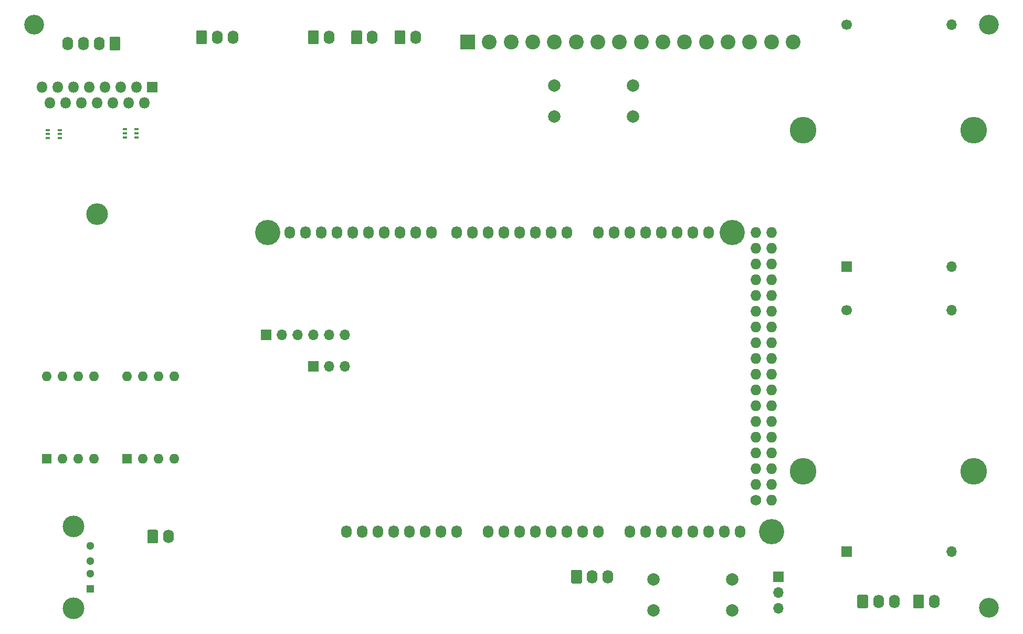
<source format=gbr>
G04 #@! TF.GenerationSoftware,KiCad,Pcbnew,(5.1.5)-3*
G04 #@! TF.CreationDate,2020-04-11T23:56:02-04:00*
G04 #@! TF.ProjectId,ventilator_shield,76656e74-696c-4617-946f-725f73686965,rev?*
G04 #@! TF.SameCoordinates,Original*
G04 #@! TF.FileFunction,Soldermask,Bot*
G04 #@! TF.FilePolarity,Negative*
%FSLAX46Y46*%
G04 Gerber Fmt 4.6, Leading zero omitted, Abs format (unit mm)*
G04 Created by KiCad (PCBNEW (5.1.5)-3) date 2020-04-11 23:56:02*
%MOMM*%
%LPD*%
G04 APERTURE LIST*
%ADD10O,1.700000X1.700000*%
%ADD11R,1.700000X1.700000*%
%ADD12C,1.700000*%
%ADD13C,4.300000*%
%ADD14C,3.200000*%
%ADD15O,1.800000X1.800000*%
%ADD16R,1.800000X1.800000*%
%ADD17O,3.500000X3.500000*%
%ADD18R,0.650000X0.400000*%
%ADD19R,1.600000X1.600000*%
%ADD20O,1.600000X1.600000*%
%ADD21C,2.400000*%
%ADD22R,2.400000X2.400000*%
%ADD23O,1.740000X2.200000*%
%ADD24C,0.100000*%
%ADD25R,1.300000X1.300000*%
%ADD26C,1.300000*%
%ADD27C,3.500000*%
%ADD28C,2.000000*%
%ADD29C,1.727200*%
%ADD30O,1.727200X1.727200*%
%ADD31O,1.727200X2.032000*%
%ADD32C,4.064000*%
G04 APERTURE END LIST*
D10*
X198980000Y-83364920D03*
X198980000Y-122364920D03*
D11*
X181980000Y-122364920D03*
D12*
X181980000Y-83364920D03*
D10*
X198980000Y-37364920D03*
X198980000Y-76364920D03*
D11*
X181980000Y-76364920D03*
D12*
X181980000Y-37364920D03*
D13*
X202480000Y-54364920D03*
X174980000Y-54364920D03*
X174980000Y-109364920D03*
X202480000Y-109364920D03*
D14*
X204980000Y-37364920D03*
X204980000Y-131364920D03*
X50980000Y-37364920D03*
D15*
X52200000Y-47364920D03*
X53470000Y-49904920D03*
X54740000Y-47364920D03*
X56010000Y-49904920D03*
X57280000Y-47364920D03*
X58550000Y-49904920D03*
X59820000Y-47364920D03*
X61090000Y-49904920D03*
X62360000Y-47364920D03*
X63630000Y-49904920D03*
X64900000Y-47364920D03*
X66170000Y-49904920D03*
X67440000Y-47364920D03*
X68710000Y-49904920D03*
D16*
X69980000Y-47364920D03*
D17*
X61090000Y-67904920D03*
D18*
X53192000Y-54324920D03*
X53192000Y-55624920D03*
X55092000Y-54974920D03*
X53192000Y-54974920D03*
X55092000Y-55624920D03*
X55092000Y-54324920D03*
X65572000Y-54212920D03*
X65572000Y-55512920D03*
X67472000Y-54862920D03*
X65572000Y-54862920D03*
X67472000Y-55512920D03*
X67472000Y-54212920D03*
D19*
X52980000Y-107364920D03*
D20*
X60600000Y-94064920D03*
X55520000Y-107364920D03*
X58060000Y-94064920D03*
X58060000Y-107364920D03*
X55520000Y-94064920D03*
X60600000Y-107364920D03*
X52980000Y-94064920D03*
D19*
X65980000Y-107364920D03*
D20*
X73600000Y-94064920D03*
X68520000Y-107364920D03*
X71060000Y-94064920D03*
X71060000Y-107364920D03*
X68520000Y-94064920D03*
X73600000Y-107364920D03*
X65980000Y-94064920D03*
D10*
X101066000Y-92454920D03*
X98526000Y-92454920D03*
D11*
X95986000Y-92454920D03*
D10*
X170980000Y-131444920D03*
X170980000Y-128904920D03*
D11*
X170980000Y-126364920D03*
D21*
X173378000Y-40130920D03*
X169878000Y-40130920D03*
X166378000Y-40130920D03*
X162878000Y-40130920D03*
X159378000Y-40130920D03*
X155878000Y-40130920D03*
X152378000Y-40130920D03*
X148878000Y-40130920D03*
X145378000Y-40130920D03*
X141878000Y-40130920D03*
X138378000Y-40130920D03*
X134878000Y-40130920D03*
X131378000Y-40130920D03*
X127878000Y-40130920D03*
X124378000Y-40130920D03*
D22*
X120878000Y-40130920D03*
D10*
X101066000Y-87374920D03*
X98526000Y-87374920D03*
X95986000Y-87374920D03*
X93446000Y-87374920D03*
X90906000Y-87374920D03*
D11*
X88366000Y-87374920D03*
D23*
X72612000Y-119910000D03*
D24*
G36*
X70716505Y-118811204D02*
G01*
X70740773Y-118814804D01*
X70764572Y-118820765D01*
X70787671Y-118829030D01*
X70809850Y-118839520D01*
X70830893Y-118852132D01*
X70850599Y-118866747D01*
X70868777Y-118883223D01*
X70885253Y-118901401D01*
X70899868Y-118921107D01*
X70912480Y-118942150D01*
X70922970Y-118964329D01*
X70931235Y-118987428D01*
X70937196Y-119011227D01*
X70940796Y-119035495D01*
X70942000Y-119059999D01*
X70942000Y-120760001D01*
X70940796Y-120784505D01*
X70937196Y-120808773D01*
X70931235Y-120832572D01*
X70922970Y-120855671D01*
X70912480Y-120877850D01*
X70899868Y-120898893D01*
X70885253Y-120918599D01*
X70868777Y-120936777D01*
X70850599Y-120953253D01*
X70830893Y-120967868D01*
X70809850Y-120980480D01*
X70787671Y-120990970D01*
X70764572Y-120999235D01*
X70740773Y-121005196D01*
X70716505Y-121008796D01*
X70692001Y-121010000D01*
X69451999Y-121010000D01*
X69427495Y-121008796D01*
X69403227Y-121005196D01*
X69379428Y-120999235D01*
X69356329Y-120990970D01*
X69334150Y-120980480D01*
X69313107Y-120967868D01*
X69293401Y-120953253D01*
X69275223Y-120936777D01*
X69258747Y-120918599D01*
X69244132Y-120898893D01*
X69231520Y-120877850D01*
X69221030Y-120855671D01*
X69212765Y-120832572D01*
X69206804Y-120808773D01*
X69203204Y-120784505D01*
X69202000Y-120760001D01*
X69202000Y-119059999D01*
X69203204Y-119035495D01*
X69206804Y-119011227D01*
X69212765Y-118987428D01*
X69221030Y-118964329D01*
X69231520Y-118942150D01*
X69244132Y-118921107D01*
X69258747Y-118901401D01*
X69275223Y-118883223D01*
X69293401Y-118866747D01*
X69313107Y-118852132D01*
X69334150Y-118839520D01*
X69356329Y-118829030D01*
X69379428Y-118820765D01*
X69403227Y-118814804D01*
X69427495Y-118811204D01*
X69451999Y-118810000D01*
X70692001Y-118810000D01*
X70716505Y-118811204D01*
G37*
D23*
X143520000Y-126364920D03*
X140980000Y-126364920D03*
D24*
G36*
X139084505Y-125266124D02*
G01*
X139108773Y-125269724D01*
X139132572Y-125275685D01*
X139155671Y-125283950D01*
X139177850Y-125294440D01*
X139198893Y-125307052D01*
X139218599Y-125321667D01*
X139236777Y-125338143D01*
X139253253Y-125356321D01*
X139267868Y-125376027D01*
X139280480Y-125397070D01*
X139290970Y-125419249D01*
X139299235Y-125442348D01*
X139305196Y-125466147D01*
X139308796Y-125490415D01*
X139310000Y-125514919D01*
X139310000Y-127214921D01*
X139308796Y-127239425D01*
X139305196Y-127263693D01*
X139299235Y-127287492D01*
X139290970Y-127310591D01*
X139280480Y-127332770D01*
X139267868Y-127353813D01*
X139253253Y-127373519D01*
X139236777Y-127391697D01*
X139218599Y-127408173D01*
X139198893Y-127422788D01*
X139177850Y-127435400D01*
X139155671Y-127445890D01*
X139132572Y-127454155D01*
X139108773Y-127460116D01*
X139084505Y-127463716D01*
X139060001Y-127464920D01*
X137819999Y-127464920D01*
X137795495Y-127463716D01*
X137771227Y-127460116D01*
X137747428Y-127454155D01*
X137724329Y-127445890D01*
X137702150Y-127435400D01*
X137681107Y-127422788D01*
X137661401Y-127408173D01*
X137643223Y-127391697D01*
X137626747Y-127373519D01*
X137612132Y-127353813D01*
X137599520Y-127332770D01*
X137589030Y-127310591D01*
X137580765Y-127287492D01*
X137574804Y-127263693D01*
X137571204Y-127239425D01*
X137570000Y-127214921D01*
X137570000Y-125514919D01*
X137571204Y-125490415D01*
X137574804Y-125466147D01*
X137580765Y-125442348D01*
X137589030Y-125419249D01*
X137599520Y-125397070D01*
X137612132Y-125376027D01*
X137626747Y-125356321D01*
X137643223Y-125338143D01*
X137661401Y-125321667D01*
X137681107Y-125307052D01*
X137702150Y-125294440D01*
X137724329Y-125283950D01*
X137747428Y-125275685D01*
X137771227Y-125269724D01*
X137795495Y-125266124D01*
X137819999Y-125264920D01*
X139060001Y-125264920D01*
X139084505Y-125266124D01*
G37*
D23*
X56360000Y-40364920D03*
X58900000Y-40364920D03*
X61440000Y-40364920D03*
D24*
G36*
X64624505Y-39266124D02*
G01*
X64648773Y-39269724D01*
X64672572Y-39275685D01*
X64695671Y-39283950D01*
X64717850Y-39294440D01*
X64738893Y-39307052D01*
X64758599Y-39321667D01*
X64776777Y-39338143D01*
X64793253Y-39356321D01*
X64807868Y-39376027D01*
X64820480Y-39397070D01*
X64830970Y-39419249D01*
X64839235Y-39442348D01*
X64845196Y-39466147D01*
X64848796Y-39490415D01*
X64850000Y-39514919D01*
X64850000Y-41214921D01*
X64848796Y-41239425D01*
X64845196Y-41263693D01*
X64839235Y-41287492D01*
X64830970Y-41310591D01*
X64820480Y-41332770D01*
X64807868Y-41353813D01*
X64793253Y-41373519D01*
X64776777Y-41391697D01*
X64758599Y-41408173D01*
X64738893Y-41422788D01*
X64717850Y-41435400D01*
X64695671Y-41445890D01*
X64672572Y-41454155D01*
X64648773Y-41460116D01*
X64624505Y-41463716D01*
X64600001Y-41464920D01*
X63359999Y-41464920D01*
X63335495Y-41463716D01*
X63311227Y-41460116D01*
X63287428Y-41454155D01*
X63264329Y-41445890D01*
X63242150Y-41435400D01*
X63221107Y-41422788D01*
X63201401Y-41408173D01*
X63183223Y-41391697D01*
X63166747Y-41373519D01*
X63152132Y-41353813D01*
X63139520Y-41332770D01*
X63129030Y-41310591D01*
X63120765Y-41287492D01*
X63114804Y-41263693D01*
X63111204Y-41239425D01*
X63110000Y-41214921D01*
X63110000Y-39514919D01*
X63111204Y-39490415D01*
X63114804Y-39466147D01*
X63120765Y-39442348D01*
X63129030Y-39419249D01*
X63139520Y-39397070D01*
X63152132Y-39376027D01*
X63166747Y-39356321D01*
X63183223Y-39338143D01*
X63201401Y-39321667D01*
X63221107Y-39307052D01*
X63242150Y-39294440D01*
X63264329Y-39283950D01*
X63287428Y-39275685D01*
X63311227Y-39269724D01*
X63335495Y-39266124D01*
X63359999Y-39264920D01*
X64600001Y-39264920D01*
X64624505Y-39266124D01*
G37*
D23*
X196140000Y-130364920D03*
D24*
G36*
X194244505Y-129266124D02*
G01*
X194268773Y-129269724D01*
X194292572Y-129275685D01*
X194315671Y-129283950D01*
X194337850Y-129294440D01*
X194358893Y-129307052D01*
X194378599Y-129321667D01*
X194396777Y-129338143D01*
X194413253Y-129356321D01*
X194427868Y-129376027D01*
X194440480Y-129397070D01*
X194450970Y-129419249D01*
X194459235Y-129442348D01*
X194465196Y-129466147D01*
X194468796Y-129490415D01*
X194470000Y-129514919D01*
X194470000Y-131214921D01*
X194468796Y-131239425D01*
X194465196Y-131263693D01*
X194459235Y-131287492D01*
X194450970Y-131310591D01*
X194440480Y-131332770D01*
X194427868Y-131353813D01*
X194413253Y-131373519D01*
X194396777Y-131391697D01*
X194378599Y-131408173D01*
X194358893Y-131422788D01*
X194337850Y-131435400D01*
X194315671Y-131445890D01*
X194292572Y-131454155D01*
X194268773Y-131460116D01*
X194244505Y-131463716D01*
X194220001Y-131464920D01*
X192979999Y-131464920D01*
X192955495Y-131463716D01*
X192931227Y-131460116D01*
X192907428Y-131454155D01*
X192884329Y-131445890D01*
X192862150Y-131435400D01*
X192841107Y-131422788D01*
X192821401Y-131408173D01*
X192803223Y-131391697D01*
X192786747Y-131373519D01*
X192772132Y-131353813D01*
X192759520Y-131332770D01*
X192749030Y-131310591D01*
X192740765Y-131287492D01*
X192734804Y-131263693D01*
X192731204Y-131239425D01*
X192730000Y-131214921D01*
X192730000Y-129514919D01*
X192731204Y-129490415D01*
X192734804Y-129466147D01*
X192740765Y-129442348D01*
X192749030Y-129419249D01*
X192759520Y-129397070D01*
X192772132Y-129376027D01*
X192786747Y-129356321D01*
X192803223Y-129338143D01*
X192821401Y-129321667D01*
X192841107Y-129307052D01*
X192862150Y-129294440D01*
X192884329Y-129283950D01*
X192907428Y-129275685D01*
X192931227Y-129269724D01*
X192955495Y-129266124D01*
X192979999Y-129264920D01*
X194220001Y-129264920D01*
X194244505Y-129266124D01*
G37*
D23*
X98520000Y-39364920D03*
D24*
G36*
X96624505Y-38266124D02*
G01*
X96648773Y-38269724D01*
X96672572Y-38275685D01*
X96695671Y-38283950D01*
X96717850Y-38294440D01*
X96738893Y-38307052D01*
X96758599Y-38321667D01*
X96776777Y-38338143D01*
X96793253Y-38356321D01*
X96807868Y-38376027D01*
X96820480Y-38397070D01*
X96830970Y-38419249D01*
X96839235Y-38442348D01*
X96845196Y-38466147D01*
X96848796Y-38490415D01*
X96850000Y-38514919D01*
X96850000Y-40214921D01*
X96848796Y-40239425D01*
X96845196Y-40263693D01*
X96839235Y-40287492D01*
X96830970Y-40310591D01*
X96820480Y-40332770D01*
X96807868Y-40353813D01*
X96793253Y-40373519D01*
X96776777Y-40391697D01*
X96758599Y-40408173D01*
X96738893Y-40422788D01*
X96717850Y-40435400D01*
X96695671Y-40445890D01*
X96672572Y-40454155D01*
X96648773Y-40460116D01*
X96624505Y-40463716D01*
X96600001Y-40464920D01*
X95359999Y-40464920D01*
X95335495Y-40463716D01*
X95311227Y-40460116D01*
X95287428Y-40454155D01*
X95264329Y-40445890D01*
X95242150Y-40435400D01*
X95221107Y-40422788D01*
X95201401Y-40408173D01*
X95183223Y-40391697D01*
X95166747Y-40373519D01*
X95152132Y-40353813D01*
X95139520Y-40332770D01*
X95129030Y-40310591D01*
X95120765Y-40287492D01*
X95114804Y-40263693D01*
X95111204Y-40239425D01*
X95110000Y-40214921D01*
X95110000Y-38514919D01*
X95111204Y-38490415D01*
X95114804Y-38466147D01*
X95120765Y-38442348D01*
X95129030Y-38419249D01*
X95139520Y-38397070D01*
X95152132Y-38376027D01*
X95166747Y-38356321D01*
X95183223Y-38338143D01*
X95201401Y-38321667D01*
X95221107Y-38307052D01*
X95242150Y-38294440D01*
X95264329Y-38283950D01*
X95287428Y-38275685D01*
X95311227Y-38269724D01*
X95335495Y-38266124D01*
X95359999Y-38264920D01*
X96600001Y-38264920D01*
X96624505Y-38266124D01*
G37*
D23*
X105520000Y-39364920D03*
D24*
G36*
X103624505Y-38266124D02*
G01*
X103648773Y-38269724D01*
X103672572Y-38275685D01*
X103695671Y-38283950D01*
X103717850Y-38294440D01*
X103738893Y-38307052D01*
X103758599Y-38321667D01*
X103776777Y-38338143D01*
X103793253Y-38356321D01*
X103807868Y-38376027D01*
X103820480Y-38397070D01*
X103830970Y-38419249D01*
X103839235Y-38442348D01*
X103845196Y-38466147D01*
X103848796Y-38490415D01*
X103850000Y-38514919D01*
X103850000Y-40214921D01*
X103848796Y-40239425D01*
X103845196Y-40263693D01*
X103839235Y-40287492D01*
X103830970Y-40310591D01*
X103820480Y-40332770D01*
X103807868Y-40353813D01*
X103793253Y-40373519D01*
X103776777Y-40391697D01*
X103758599Y-40408173D01*
X103738893Y-40422788D01*
X103717850Y-40435400D01*
X103695671Y-40445890D01*
X103672572Y-40454155D01*
X103648773Y-40460116D01*
X103624505Y-40463716D01*
X103600001Y-40464920D01*
X102359999Y-40464920D01*
X102335495Y-40463716D01*
X102311227Y-40460116D01*
X102287428Y-40454155D01*
X102264329Y-40445890D01*
X102242150Y-40435400D01*
X102221107Y-40422788D01*
X102201401Y-40408173D01*
X102183223Y-40391697D01*
X102166747Y-40373519D01*
X102152132Y-40353813D01*
X102139520Y-40332770D01*
X102129030Y-40310591D01*
X102120765Y-40287492D01*
X102114804Y-40263693D01*
X102111204Y-40239425D01*
X102110000Y-40214921D01*
X102110000Y-38514919D01*
X102111204Y-38490415D01*
X102114804Y-38466147D01*
X102120765Y-38442348D01*
X102129030Y-38419249D01*
X102139520Y-38397070D01*
X102152132Y-38376027D01*
X102166747Y-38356321D01*
X102183223Y-38338143D01*
X102201401Y-38321667D01*
X102221107Y-38307052D01*
X102242150Y-38294440D01*
X102264329Y-38283950D01*
X102287428Y-38275685D01*
X102311227Y-38269724D01*
X102335495Y-38266124D01*
X102359999Y-38264920D01*
X103600001Y-38264920D01*
X103624505Y-38266124D01*
G37*
D23*
X83032000Y-39364920D03*
X80492000Y-39364920D03*
D24*
G36*
X78596505Y-38266124D02*
G01*
X78620773Y-38269724D01*
X78644572Y-38275685D01*
X78667671Y-38283950D01*
X78689850Y-38294440D01*
X78710893Y-38307052D01*
X78730599Y-38321667D01*
X78748777Y-38338143D01*
X78765253Y-38356321D01*
X78779868Y-38376027D01*
X78792480Y-38397070D01*
X78802970Y-38419249D01*
X78811235Y-38442348D01*
X78817196Y-38466147D01*
X78820796Y-38490415D01*
X78822000Y-38514919D01*
X78822000Y-40214921D01*
X78820796Y-40239425D01*
X78817196Y-40263693D01*
X78811235Y-40287492D01*
X78802970Y-40310591D01*
X78792480Y-40332770D01*
X78779868Y-40353813D01*
X78765253Y-40373519D01*
X78748777Y-40391697D01*
X78730599Y-40408173D01*
X78710893Y-40422788D01*
X78689850Y-40435400D01*
X78667671Y-40445890D01*
X78644572Y-40454155D01*
X78620773Y-40460116D01*
X78596505Y-40463716D01*
X78572001Y-40464920D01*
X77331999Y-40464920D01*
X77307495Y-40463716D01*
X77283227Y-40460116D01*
X77259428Y-40454155D01*
X77236329Y-40445890D01*
X77214150Y-40435400D01*
X77193107Y-40422788D01*
X77173401Y-40408173D01*
X77155223Y-40391697D01*
X77138747Y-40373519D01*
X77124132Y-40353813D01*
X77111520Y-40332770D01*
X77101030Y-40310591D01*
X77092765Y-40287492D01*
X77086804Y-40263693D01*
X77083204Y-40239425D01*
X77082000Y-40214921D01*
X77082000Y-38514919D01*
X77083204Y-38490415D01*
X77086804Y-38466147D01*
X77092765Y-38442348D01*
X77101030Y-38419249D01*
X77111520Y-38397070D01*
X77124132Y-38376027D01*
X77138747Y-38356321D01*
X77155223Y-38338143D01*
X77173401Y-38321667D01*
X77193107Y-38307052D01*
X77214150Y-38294440D01*
X77236329Y-38283950D01*
X77259428Y-38275685D01*
X77283227Y-38269724D01*
X77307495Y-38266124D01*
X77331999Y-38264920D01*
X78572001Y-38264920D01*
X78596505Y-38266124D01*
G37*
D23*
X189680000Y-130364920D03*
X187140000Y-130364920D03*
D24*
G36*
X185244505Y-129266124D02*
G01*
X185268773Y-129269724D01*
X185292572Y-129275685D01*
X185315671Y-129283950D01*
X185337850Y-129294440D01*
X185358893Y-129307052D01*
X185378599Y-129321667D01*
X185396777Y-129338143D01*
X185413253Y-129356321D01*
X185427868Y-129376027D01*
X185440480Y-129397070D01*
X185450970Y-129419249D01*
X185459235Y-129442348D01*
X185465196Y-129466147D01*
X185468796Y-129490415D01*
X185470000Y-129514919D01*
X185470000Y-131214921D01*
X185468796Y-131239425D01*
X185465196Y-131263693D01*
X185459235Y-131287492D01*
X185450970Y-131310591D01*
X185440480Y-131332770D01*
X185427868Y-131353813D01*
X185413253Y-131373519D01*
X185396777Y-131391697D01*
X185378599Y-131408173D01*
X185358893Y-131422788D01*
X185337850Y-131435400D01*
X185315671Y-131445890D01*
X185292572Y-131454155D01*
X185268773Y-131460116D01*
X185244505Y-131463716D01*
X185220001Y-131464920D01*
X183979999Y-131464920D01*
X183955495Y-131463716D01*
X183931227Y-131460116D01*
X183907428Y-131454155D01*
X183884329Y-131445890D01*
X183862150Y-131435400D01*
X183841107Y-131422788D01*
X183821401Y-131408173D01*
X183803223Y-131391697D01*
X183786747Y-131373519D01*
X183772132Y-131353813D01*
X183759520Y-131332770D01*
X183749030Y-131310591D01*
X183740765Y-131287492D01*
X183734804Y-131263693D01*
X183731204Y-131239425D01*
X183730000Y-131214921D01*
X183730000Y-129514919D01*
X183731204Y-129490415D01*
X183734804Y-129466147D01*
X183740765Y-129442348D01*
X183749030Y-129419249D01*
X183759520Y-129397070D01*
X183772132Y-129376027D01*
X183786747Y-129356321D01*
X183803223Y-129338143D01*
X183821401Y-129321667D01*
X183841107Y-129307052D01*
X183862150Y-129294440D01*
X183884329Y-129283950D01*
X183907428Y-129275685D01*
X183931227Y-129269724D01*
X183955495Y-129266124D01*
X183979999Y-129264920D01*
X185220001Y-129264920D01*
X185244505Y-129266124D01*
G37*
D23*
X112520000Y-39364920D03*
D24*
G36*
X110624505Y-38266124D02*
G01*
X110648773Y-38269724D01*
X110672572Y-38275685D01*
X110695671Y-38283950D01*
X110717850Y-38294440D01*
X110738893Y-38307052D01*
X110758599Y-38321667D01*
X110776777Y-38338143D01*
X110793253Y-38356321D01*
X110807868Y-38376027D01*
X110820480Y-38397070D01*
X110830970Y-38419249D01*
X110839235Y-38442348D01*
X110845196Y-38466147D01*
X110848796Y-38490415D01*
X110850000Y-38514919D01*
X110850000Y-40214921D01*
X110848796Y-40239425D01*
X110845196Y-40263693D01*
X110839235Y-40287492D01*
X110830970Y-40310591D01*
X110820480Y-40332770D01*
X110807868Y-40353813D01*
X110793253Y-40373519D01*
X110776777Y-40391697D01*
X110758599Y-40408173D01*
X110738893Y-40422788D01*
X110717850Y-40435400D01*
X110695671Y-40445890D01*
X110672572Y-40454155D01*
X110648773Y-40460116D01*
X110624505Y-40463716D01*
X110600001Y-40464920D01*
X109359999Y-40464920D01*
X109335495Y-40463716D01*
X109311227Y-40460116D01*
X109287428Y-40454155D01*
X109264329Y-40445890D01*
X109242150Y-40435400D01*
X109221107Y-40422788D01*
X109201401Y-40408173D01*
X109183223Y-40391697D01*
X109166747Y-40373519D01*
X109152132Y-40353813D01*
X109139520Y-40332770D01*
X109129030Y-40310591D01*
X109120765Y-40287492D01*
X109114804Y-40263693D01*
X109111204Y-40239425D01*
X109110000Y-40214921D01*
X109110000Y-38514919D01*
X109111204Y-38490415D01*
X109114804Y-38466147D01*
X109120765Y-38442348D01*
X109129030Y-38419249D01*
X109139520Y-38397070D01*
X109152132Y-38376027D01*
X109166747Y-38356321D01*
X109183223Y-38338143D01*
X109201401Y-38321667D01*
X109221107Y-38307052D01*
X109242150Y-38294440D01*
X109264329Y-38283950D01*
X109287428Y-38275685D01*
X109311227Y-38269724D01*
X109335495Y-38266124D01*
X109359999Y-38264920D01*
X110600001Y-38264920D01*
X110624505Y-38266124D01*
G37*
D25*
X59980000Y-128364920D03*
D26*
X59980000Y-125864920D03*
X59980000Y-123864920D03*
X59980000Y-121364920D03*
D27*
X57270000Y-131434920D03*
X57270000Y-118294920D03*
D28*
X134848000Y-52164920D03*
X147548000Y-52164920D03*
X134848000Y-47164920D03*
X147548000Y-47164920D03*
X163550000Y-131824920D03*
X150850000Y-131824920D03*
X163550000Y-126824920D03*
X150850000Y-126824920D03*
D29*
X167358000Y-114046000D03*
D30*
X169898000Y-114046000D03*
X167358000Y-111506000D03*
X169898000Y-111506000D03*
X167358000Y-108966000D03*
X169898000Y-108966000D03*
X167358000Y-106426000D03*
X169898000Y-106426000D03*
X167358000Y-103886000D03*
X169898000Y-103886000D03*
X167358000Y-101346000D03*
X169898000Y-101346000D03*
X167358000Y-98806000D03*
X169898000Y-98806000D03*
X167358000Y-96266000D03*
X169898000Y-96266000D03*
X167358000Y-93726000D03*
X169898000Y-93726000D03*
X167358000Y-91186000D03*
X169898000Y-91186000D03*
X167358000Y-88646000D03*
X169898000Y-88646000D03*
X167358000Y-86106000D03*
X169898000Y-86106000D03*
X167358000Y-83566000D03*
X169898000Y-83566000D03*
X167358000Y-81026000D03*
X169898000Y-81026000D03*
X167358000Y-78486000D03*
X169898000Y-78486000D03*
X167358000Y-75946000D03*
X169898000Y-75946000D03*
X167358000Y-73406000D03*
X169898000Y-73406000D03*
X167358000Y-70866000D03*
X169898000Y-70866000D03*
D31*
X147038000Y-119126000D03*
X149578000Y-119126000D03*
X152118000Y-119126000D03*
X154658000Y-119126000D03*
X157198000Y-119126000D03*
X159738000Y-119126000D03*
X162278000Y-119126000D03*
X164818000Y-119126000D03*
X101318000Y-119126000D03*
X103858000Y-119126000D03*
X106398000Y-119126000D03*
X108938000Y-119126000D03*
X111478000Y-119126000D03*
X114018000Y-119126000D03*
X116558000Y-119126000D03*
X119098000Y-119126000D03*
X124178000Y-119126000D03*
X126718000Y-119126000D03*
X129258000Y-119126000D03*
X131798000Y-119126000D03*
X134338000Y-119126000D03*
X136878000Y-119126000D03*
X139418000Y-119126000D03*
X141958000Y-119126000D03*
X92174000Y-70866000D03*
X94714000Y-70866000D03*
X97254000Y-70866000D03*
X99794000Y-70866000D03*
X102334000Y-70866000D03*
X104874000Y-70866000D03*
X107414000Y-70866000D03*
X109954000Y-70866000D03*
X112494000Y-70866000D03*
X115034000Y-70866000D03*
X119098000Y-70866000D03*
X121638000Y-70866000D03*
X124178000Y-70866000D03*
X126718000Y-70866000D03*
X129258000Y-70866000D03*
X131798000Y-70866000D03*
X134338000Y-70866000D03*
X136878000Y-70866000D03*
X141958000Y-70866000D03*
X144498000Y-70866000D03*
X147038000Y-70866000D03*
X149578000Y-70866000D03*
X152118000Y-70866000D03*
X154658000Y-70866000D03*
X157198000Y-70866000D03*
X159738000Y-70866000D03*
D32*
X169898000Y-119126000D03*
X88618000Y-70866000D03*
X163548000Y-70866000D03*
M02*

</source>
